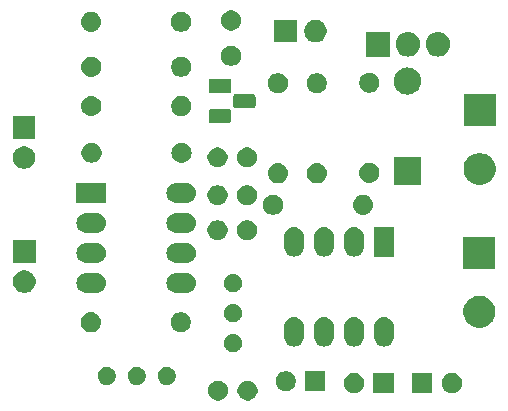
<source format=gbr>
G04 #@! TF.GenerationSoftware,KiCad,Pcbnew,(5.1.4)-1*
G04 #@! TF.CreationDate,2020-06-05T11:24:34+05:30*
G04 #@! TF.ProjectId,v1.0,76312e30-2e6b-4696-9361-645f70636258,rev?*
G04 #@! TF.SameCoordinates,Original*
G04 #@! TF.FileFunction,Soldermask,Top*
G04 #@! TF.FilePolarity,Negative*
%FSLAX46Y46*%
G04 Gerber Fmt 4.6, Leading zero omitted, Abs format (unit mm)*
G04 Created by KiCad (PCBNEW (5.1.4)-1) date 2020-06-05 11:24:34*
%MOMM*%
%LPD*%
G04 APERTURE LIST*
%ADD10C,0.100000*%
G04 APERTURE END LIST*
D10*
G36*
X108058228Y-149741703D02*
G01*
X108213100Y-149805853D01*
X108352481Y-149898985D01*
X108471015Y-150017519D01*
X108564147Y-150156900D01*
X108628297Y-150311772D01*
X108661000Y-150476184D01*
X108661000Y-150643816D01*
X108628297Y-150808228D01*
X108564147Y-150963100D01*
X108471015Y-151102481D01*
X108352481Y-151221015D01*
X108213100Y-151314147D01*
X108058228Y-151378297D01*
X107893816Y-151411000D01*
X107726184Y-151411000D01*
X107561772Y-151378297D01*
X107406900Y-151314147D01*
X107267519Y-151221015D01*
X107148985Y-151102481D01*
X107055853Y-150963100D01*
X106991703Y-150808228D01*
X106959000Y-150643816D01*
X106959000Y-150476184D01*
X106991703Y-150311772D01*
X107055853Y-150156900D01*
X107148985Y-150017519D01*
X107267519Y-149898985D01*
X107406900Y-149805853D01*
X107561772Y-149741703D01*
X107726184Y-149709000D01*
X107893816Y-149709000D01*
X108058228Y-149741703D01*
X108058228Y-149741703D01*
G37*
G36*
X105558228Y-149741703D02*
G01*
X105713100Y-149805853D01*
X105852481Y-149898985D01*
X105971015Y-150017519D01*
X106064147Y-150156900D01*
X106128297Y-150311772D01*
X106161000Y-150476184D01*
X106161000Y-150643816D01*
X106128297Y-150808228D01*
X106064147Y-150963100D01*
X105971015Y-151102481D01*
X105852481Y-151221015D01*
X105713100Y-151314147D01*
X105558228Y-151378297D01*
X105393816Y-151411000D01*
X105226184Y-151411000D01*
X105061772Y-151378297D01*
X104906900Y-151314147D01*
X104767519Y-151221015D01*
X104648985Y-151102481D01*
X104555853Y-150963100D01*
X104491703Y-150808228D01*
X104459000Y-150643816D01*
X104459000Y-150476184D01*
X104491703Y-150311772D01*
X104555853Y-150156900D01*
X104648985Y-150017519D01*
X104767519Y-149898985D01*
X104906900Y-149805853D01*
X105061772Y-149741703D01*
X105226184Y-149709000D01*
X105393816Y-149709000D01*
X105558228Y-149741703D01*
X105558228Y-149741703D01*
G37*
G36*
X123461000Y-150781000D02*
G01*
X121759000Y-150781000D01*
X121759000Y-149079000D01*
X123461000Y-149079000D01*
X123461000Y-150781000D01*
X123461000Y-150781000D01*
G37*
G36*
X125358228Y-149111703D02*
G01*
X125513100Y-149175853D01*
X125652481Y-149268985D01*
X125771015Y-149387519D01*
X125864147Y-149526900D01*
X125928297Y-149681772D01*
X125961000Y-149846184D01*
X125961000Y-150013816D01*
X125928297Y-150178228D01*
X125864147Y-150333100D01*
X125771015Y-150472481D01*
X125652481Y-150591015D01*
X125513100Y-150684147D01*
X125358228Y-150748297D01*
X125193816Y-150781000D01*
X125026184Y-150781000D01*
X124861772Y-150748297D01*
X124706900Y-150684147D01*
X124567519Y-150591015D01*
X124448985Y-150472481D01*
X124355853Y-150333100D01*
X124291703Y-150178228D01*
X124259000Y-150013816D01*
X124259000Y-149846184D01*
X124291703Y-149681772D01*
X124355853Y-149526900D01*
X124448985Y-149387519D01*
X124567519Y-149268985D01*
X124706900Y-149175853D01*
X124861772Y-149111703D01*
X125026184Y-149079000D01*
X125193816Y-149079000D01*
X125358228Y-149111703D01*
X125358228Y-149111703D01*
G37*
G36*
X117068228Y-149101703D02*
G01*
X117223100Y-149165853D01*
X117362481Y-149258985D01*
X117481015Y-149377519D01*
X117574147Y-149516900D01*
X117638297Y-149671772D01*
X117671000Y-149836184D01*
X117671000Y-150003816D01*
X117638297Y-150168228D01*
X117574147Y-150323100D01*
X117481015Y-150462481D01*
X117362481Y-150581015D01*
X117223100Y-150674147D01*
X117068228Y-150738297D01*
X116903816Y-150771000D01*
X116736184Y-150771000D01*
X116571772Y-150738297D01*
X116416900Y-150674147D01*
X116277519Y-150581015D01*
X116158985Y-150462481D01*
X116065853Y-150323100D01*
X116001703Y-150168228D01*
X115969000Y-150003816D01*
X115969000Y-149836184D01*
X116001703Y-149671772D01*
X116065853Y-149516900D01*
X116158985Y-149377519D01*
X116277519Y-149258985D01*
X116416900Y-149165853D01*
X116571772Y-149101703D01*
X116736184Y-149069000D01*
X116903816Y-149069000D01*
X117068228Y-149101703D01*
X117068228Y-149101703D01*
G37*
G36*
X120171000Y-150771000D02*
G01*
X118469000Y-150771000D01*
X118469000Y-149069000D01*
X120171000Y-149069000D01*
X120171000Y-150771000D01*
X120171000Y-150771000D01*
G37*
G36*
X111288228Y-148951703D02*
G01*
X111443100Y-149015853D01*
X111582481Y-149108985D01*
X111701015Y-149227519D01*
X111794147Y-149366900D01*
X111858297Y-149521772D01*
X111891000Y-149686184D01*
X111891000Y-149853816D01*
X111858297Y-150018228D01*
X111794147Y-150173100D01*
X111701015Y-150312481D01*
X111582481Y-150431015D01*
X111443100Y-150524147D01*
X111288228Y-150588297D01*
X111123816Y-150621000D01*
X110956184Y-150621000D01*
X110791772Y-150588297D01*
X110636900Y-150524147D01*
X110497519Y-150431015D01*
X110378985Y-150312481D01*
X110285853Y-150173100D01*
X110221703Y-150018228D01*
X110189000Y-149853816D01*
X110189000Y-149686184D01*
X110221703Y-149521772D01*
X110285853Y-149366900D01*
X110378985Y-149227519D01*
X110497519Y-149108985D01*
X110636900Y-149015853D01*
X110791772Y-148951703D01*
X110956184Y-148919000D01*
X111123816Y-148919000D01*
X111288228Y-148951703D01*
X111288228Y-148951703D01*
G37*
G36*
X114391000Y-150621000D02*
G01*
X112689000Y-150621000D01*
X112689000Y-148919000D01*
X114391000Y-148919000D01*
X114391000Y-150621000D01*
X114391000Y-150621000D01*
G37*
G36*
X101085589Y-148548876D02*
G01*
X101184893Y-148568629D01*
X101325206Y-148626748D01*
X101451484Y-148711125D01*
X101558875Y-148818516D01*
X101643252Y-148944794D01*
X101701371Y-149085107D01*
X101717432Y-149165852D01*
X101731000Y-149234062D01*
X101731000Y-149385938D01*
X101730685Y-149387520D01*
X101701371Y-149534893D01*
X101643252Y-149675206D01*
X101558875Y-149801484D01*
X101451484Y-149908875D01*
X101325206Y-149993252D01*
X101184893Y-150051371D01*
X101085589Y-150071124D01*
X101035938Y-150081000D01*
X100884062Y-150081000D01*
X100834411Y-150071124D01*
X100735107Y-150051371D01*
X100594794Y-149993252D01*
X100468516Y-149908875D01*
X100361125Y-149801484D01*
X100276748Y-149675206D01*
X100218629Y-149534893D01*
X100189315Y-149387520D01*
X100189000Y-149385938D01*
X100189000Y-149234062D01*
X100202568Y-149165852D01*
X100218629Y-149085107D01*
X100276748Y-148944794D01*
X100361125Y-148818516D01*
X100468516Y-148711125D01*
X100594794Y-148626748D01*
X100735107Y-148568629D01*
X100834411Y-148548876D01*
X100884062Y-148539000D01*
X101035938Y-148539000D01*
X101085589Y-148548876D01*
X101085589Y-148548876D01*
G37*
G36*
X96005589Y-148548876D02*
G01*
X96104893Y-148568629D01*
X96245206Y-148626748D01*
X96371484Y-148711125D01*
X96478875Y-148818516D01*
X96563252Y-148944794D01*
X96621371Y-149085107D01*
X96637432Y-149165852D01*
X96651000Y-149234062D01*
X96651000Y-149385938D01*
X96650685Y-149387520D01*
X96621371Y-149534893D01*
X96563252Y-149675206D01*
X96478875Y-149801484D01*
X96371484Y-149908875D01*
X96245206Y-149993252D01*
X96104893Y-150051371D01*
X96005589Y-150071124D01*
X95955938Y-150081000D01*
X95804062Y-150081000D01*
X95754411Y-150071124D01*
X95655107Y-150051371D01*
X95514794Y-149993252D01*
X95388516Y-149908875D01*
X95281125Y-149801484D01*
X95196748Y-149675206D01*
X95138629Y-149534893D01*
X95109315Y-149387520D01*
X95109000Y-149385938D01*
X95109000Y-149234062D01*
X95122568Y-149165852D01*
X95138629Y-149085107D01*
X95196748Y-148944794D01*
X95281125Y-148818516D01*
X95388516Y-148711125D01*
X95514794Y-148626748D01*
X95655107Y-148568629D01*
X95754411Y-148548876D01*
X95804062Y-148539000D01*
X95955938Y-148539000D01*
X96005589Y-148548876D01*
X96005589Y-148548876D01*
G37*
G36*
X98545589Y-148548876D02*
G01*
X98644893Y-148568629D01*
X98785206Y-148626748D01*
X98911484Y-148711125D01*
X99018875Y-148818516D01*
X99103252Y-148944794D01*
X99161371Y-149085107D01*
X99177432Y-149165852D01*
X99191000Y-149234062D01*
X99191000Y-149385938D01*
X99190685Y-149387520D01*
X99161371Y-149534893D01*
X99103252Y-149675206D01*
X99018875Y-149801484D01*
X98911484Y-149908875D01*
X98785206Y-149993252D01*
X98644893Y-150051371D01*
X98545589Y-150071124D01*
X98495938Y-150081000D01*
X98344062Y-150081000D01*
X98294411Y-150071124D01*
X98195107Y-150051371D01*
X98054794Y-149993252D01*
X97928516Y-149908875D01*
X97821125Y-149801484D01*
X97736748Y-149675206D01*
X97678629Y-149534893D01*
X97649315Y-149387520D01*
X97649000Y-149385938D01*
X97649000Y-149234062D01*
X97662568Y-149165852D01*
X97678629Y-149085107D01*
X97736748Y-148944794D01*
X97821125Y-148818516D01*
X97928516Y-148711125D01*
X98054794Y-148626748D01*
X98195107Y-148568629D01*
X98294411Y-148548876D01*
X98344062Y-148539000D01*
X98495938Y-148539000D01*
X98545589Y-148548876D01*
X98545589Y-148548876D01*
G37*
G36*
X106705589Y-145758876D02*
G01*
X106804893Y-145778629D01*
X106945206Y-145836748D01*
X107071484Y-145921125D01*
X107178875Y-146028516D01*
X107263252Y-146154794D01*
X107321371Y-146295107D01*
X107351000Y-146444063D01*
X107351000Y-146595937D01*
X107321371Y-146744893D01*
X107263252Y-146885206D01*
X107178875Y-147011484D01*
X107071484Y-147118875D01*
X106945206Y-147203252D01*
X106804893Y-147261371D01*
X106705589Y-147281124D01*
X106655938Y-147291000D01*
X106504062Y-147291000D01*
X106454411Y-147281124D01*
X106355107Y-147261371D01*
X106214794Y-147203252D01*
X106088516Y-147118875D01*
X105981125Y-147011484D01*
X105896748Y-146885206D01*
X105838629Y-146744893D01*
X105809000Y-146595937D01*
X105809000Y-146444063D01*
X105838629Y-146295107D01*
X105896748Y-146154794D01*
X105981125Y-146028516D01*
X106088516Y-145921125D01*
X106214794Y-145836748D01*
X106355107Y-145778629D01*
X106454411Y-145758876D01*
X106504062Y-145749000D01*
X106655938Y-145749000D01*
X106705589Y-145758876D01*
X106705589Y-145758876D01*
G37*
G36*
X111906823Y-144341313D02*
G01*
X112067242Y-144389976D01*
X112199906Y-144460886D01*
X112215078Y-144468996D01*
X112344659Y-144575341D01*
X112451004Y-144704922D01*
X112451005Y-144704924D01*
X112530024Y-144852758D01*
X112578687Y-145013178D01*
X112591000Y-145138197D01*
X112591000Y-146021804D01*
X112578687Y-146146823D01*
X112530024Y-146307242D01*
X112459114Y-146439906D01*
X112451004Y-146455078D01*
X112344659Y-146584659D01*
X112215077Y-146691005D01*
X112067241Y-146770024D01*
X111906822Y-146818687D01*
X111740000Y-146835117D01*
X111573177Y-146818687D01*
X111412758Y-146770024D01*
X111264924Y-146691005D01*
X111264922Y-146691004D01*
X111135341Y-146584659D01*
X111028995Y-146455077D01*
X110949976Y-146307241D01*
X110901313Y-146146822D01*
X110889000Y-146021803D01*
X110889000Y-145138197D01*
X110901314Y-145013177D01*
X110949977Y-144852758D01*
X111028996Y-144704924D01*
X111028997Y-144704922D01*
X111135342Y-144575341D01*
X111264923Y-144468996D01*
X111280095Y-144460886D01*
X111412759Y-144389976D01*
X111573178Y-144341313D01*
X111740000Y-144324883D01*
X111906823Y-144341313D01*
X111906823Y-144341313D01*
G37*
G36*
X114446823Y-144341313D02*
G01*
X114607242Y-144389976D01*
X114739906Y-144460886D01*
X114755078Y-144468996D01*
X114884659Y-144575341D01*
X114991004Y-144704922D01*
X114991005Y-144704924D01*
X115070024Y-144852758D01*
X115118687Y-145013178D01*
X115131000Y-145138197D01*
X115131000Y-146021804D01*
X115118687Y-146146823D01*
X115070024Y-146307242D01*
X114999114Y-146439906D01*
X114991004Y-146455078D01*
X114884659Y-146584659D01*
X114755077Y-146691005D01*
X114607241Y-146770024D01*
X114446822Y-146818687D01*
X114280000Y-146835117D01*
X114113177Y-146818687D01*
X113952758Y-146770024D01*
X113804924Y-146691005D01*
X113804922Y-146691004D01*
X113675341Y-146584659D01*
X113568995Y-146455077D01*
X113489976Y-146307241D01*
X113441313Y-146146822D01*
X113429000Y-146021803D01*
X113429000Y-145138197D01*
X113441314Y-145013177D01*
X113489977Y-144852758D01*
X113568996Y-144704924D01*
X113568997Y-144704922D01*
X113675342Y-144575341D01*
X113804923Y-144468996D01*
X113820095Y-144460886D01*
X113952759Y-144389976D01*
X114113178Y-144341313D01*
X114280000Y-144324883D01*
X114446823Y-144341313D01*
X114446823Y-144341313D01*
G37*
G36*
X116986823Y-144341313D02*
G01*
X117147242Y-144389976D01*
X117279906Y-144460886D01*
X117295078Y-144468996D01*
X117424659Y-144575341D01*
X117531004Y-144704922D01*
X117531005Y-144704924D01*
X117610024Y-144852758D01*
X117658687Y-145013178D01*
X117671000Y-145138197D01*
X117671000Y-146021804D01*
X117658687Y-146146823D01*
X117610024Y-146307242D01*
X117539114Y-146439906D01*
X117531004Y-146455078D01*
X117424659Y-146584659D01*
X117295077Y-146691005D01*
X117147241Y-146770024D01*
X116986822Y-146818687D01*
X116820000Y-146835117D01*
X116653177Y-146818687D01*
X116492758Y-146770024D01*
X116344924Y-146691005D01*
X116344922Y-146691004D01*
X116215341Y-146584659D01*
X116108995Y-146455077D01*
X116029976Y-146307241D01*
X115981313Y-146146822D01*
X115969000Y-146021803D01*
X115969000Y-145138197D01*
X115981314Y-145013177D01*
X116029977Y-144852758D01*
X116108996Y-144704924D01*
X116108997Y-144704922D01*
X116215342Y-144575341D01*
X116344923Y-144468996D01*
X116360095Y-144460886D01*
X116492759Y-144389976D01*
X116653178Y-144341313D01*
X116820000Y-144324883D01*
X116986823Y-144341313D01*
X116986823Y-144341313D01*
G37*
G36*
X119526823Y-144341313D02*
G01*
X119687242Y-144389976D01*
X119819906Y-144460886D01*
X119835078Y-144468996D01*
X119964659Y-144575341D01*
X120071004Y-144704922D01*
X120071005Y-144704924D01*
X120150024Y-144852758D01*
X120198687Y-145013178D01*
X120211000Y-145138197D01*
X120211000Y-146021804D01*
X120198687Y-146146823D01*
X120150024Y-146307242D01*
X120079114Y-146439906D01*
X120071004Y-146455078D01*
X119964659Y-146584659D01*
X119835077Y-146691005D01*
X119687241Y-146770024D01*
X119526822Y-146818687D01*
X119360000Y-146835117D01*
X119193177Y-146818687D01*
X119032758Y-146770024D01*
X118884924Y-146691005D01*
X118884922Y-146691004D01*
X118755341Y-146584659D01*
X118648995Y-146455077D01*
X118569976Y-146307241D01*
X118521313Y-146146822D01*
X118509000Y-146021803D01*
X118509000Y-145138197D01*
X118521314Y-145013177D01*
X118569977Y-144852758D01*
X118648996Y-144704924D01*
X118648997Y-144704922D01*
X118755342Y-144575341D01*
X118884923Y-144468996D01*
X118900095Y-144460886D01*
X119032759Y-144389976D01*
X119193178Y-144341313D01*
X119360000Y-144324883D01*
X119526823Y-144341313D01*
X119526823Y-144341313D01*
G37*
G36*
X102398228Y-143951703D02*
G01*
X102553100Y-144015853D01*
X102692481Y-144108985D01*
X102811015Y-144227519D01*
X102904147Y-144366900D01*
X102968297Y-144521772D01*
X103001000Y-144686184D01*
X103001000Y-144853816D01*
X102968297Y-145018228D01*
X102904147Y-145173100D01*
X102811015Y-145312481D01*
X102692481Y-145431015D01*
X102553100Y-145524147D01*
X102398228Y-145588297D01*
X102233816Y-145621000D01*
X102066184Y-145621000D01*
X101901772Y-145588297D01*
X101746900Y-145524147D01*
X101607519Y-145431015D01*
X101488985Y-145312481D01*
X101395853Y-145173100D01*
X101331703Y-145018228D01*
X101299000Y-144853816D01*
X101299000Y-144686184D01*
X101331703Y-144521772D01*
X101395853Y-144366900D01*
X101488985Y-144227519D01*
X101607519Y-144108985D01*
X101746900Y-144015853D01*
X101901772Y-143951703D01*
X102066184Y-143919000D01*
X102233816Y-143919000D01*
X102398228Y-143951703D01*
X102398228Y-143951703D01*
G37*
G36*
X94696823Y-143931313D02*
G01*
X94857242Y-143979976D01*
X94924361Y-144015852D01*
X95005078Y-144058996D01*
X95134659Y-144165341D01*
X95241004Y-144294922D01*
X95241005Y-144294924D01*
X95320024Y-144442758D01*
X95368687Y-144603177D01*
X95385117Y-144770000D01*
X95368687Y-144936823D01*
X95329083Y-145067380D01*
X95323058Y-145087242D01*
X95320024Y-145097242D01*
X95279477Y-145173100D01*
X95241004Y-145245078D01*
X95134659Y-145374659D01*
X95005078Y-145481004D01*
X95005076Y-145481005D01*
X94857242Y-145560024D01*
X94696823Y-145608687D01*
X94571804Y-145621000D01*
X94488196Y-145621000D01*
X94363177Y-145608687D01*
X94202758Y-145560024D01*
X94054924Y-145481005D01*
X94054922Y-145481004D01*
X93925341Y-145374659D01*
X93818996Y-145245078D01*
X93780523Y-145173100D01*
X93739976Y-145097242D01*
X93736943Y-145087242D01*
X93730917Y-145067380D01*
X93691313Y-144936823D01*
X93674883Y-144770000D01*
X93691313Y-144603177D01*
X93739976Y-144442758D01*
X93818995Y-144294924D01*
X93818996Y-144294922D01*
X93925341Y-144165341D01*
X94054922Y-144058996D01*
X94135639Y-144015852D01*
X94202758Y-143979976D01*
X94363177Y-143931313D01*
X94488196Y-143919000D01*
X94571804Y-143919000D01*
X94696823Y-143931313D01*
X94696823Y-143931313D01*
G37*
G36*
X127824072Y-142590918D02*
G01*
X128069939Y-142692759D01*
X128291212Y-142840610D01*
X128479390Y-143028788D01*
X128599805Y-143209000D01*
X128627242Y-143250063D01*
X128729082Y-143495928D01*
X128781000Y-143756937D01*
X128781000Y-144023063D01*
X128729082Y-144284072D01*
X128663353Y-144442758D01*
X128627241Y-144529939D01*
X128552813Y-144641328D01*
X128499330Y-144721371D01*
X128479390Y-144751212D01*
X128291212Y-144939390D01*
X128069939Y-145087241D01*
X128069938Y-145087242D01*
X128069937Y-145087242D01*
X127824072Y-145189082D01*
X127563063Y-145241000D01*
X127296937Y-145241000D01*
X127035928Y-145189082D01*
X126790063Y-145087242D01*
X126790062Y-145087242D01*
X126790061Y-145087241D01*
X126568788Y-144939390D01*
X126380610Y-144751212D01*
X126360671Y-144721371D01*
X126307187Y-144641328D01*
X126232759Y-144529939D01*
X126196648Y-144442758D01*
X126130918Y-144284072D01*
X126079000Y-144023063D01*
X126079000Y-143756937D01*
X126130918Y-143495928D01*
X126232758Y-143250063D01*
X126260196Y-143209000D01*
X126380610Y-143028788D01*
X126568788Y-142840610D01*
X126790061Y-142692759D01*
X127035928Y-142590918D01*
X127296937Y-142539000D01*
X127563063Y-142539000D01*
X127824072Y-142590918D01*
X127824072Y-142590918D01*
G37*
G36*
X106705589Y-143218876D02*
G01*
X106804893Y-143238629D01*
X106945206Y-143296748D01*
X107071484Y-143381125D01*
X107178875Y-143488516D01*
X107263252Y-143614794D01*
X107321371Y-143755107D01*
X107351000Y-143904063D01*
X107351000Y-144055937D01*
X107321371Y-144204893D01*
X107263252Y-144345206D01*
X107178875Y-144471484D01*
X107071484Y-144578875D01*
X106945206Y-144663252D01*
X106804893Y-144721371D01*
X106705589Y-144741124D01*
X106655938Y-144751000D01*
X106504062Y-144751000D01*
X106454411Y-144741124D01*
X106355107Y-144721371D01*
X106214794Y-144663252D01*
X106088516Y-144578875D01*
X105981125Y-144471484D01*
X105896748Y-144345206D01*
X105838629Y-144204893D01*
X105809000Y-144055937D01*
X105809000Y-143904063D01*
X105838629Y-143755107D01*
X105896748Y-143614794D01*
X105981125Y-143488516D01*
X106088516Y-143381125D01*
X106214794Y-143296748D01*
X106355107Y-143238629D01*
X106454411Y-143218876D01*
X106504062Y-143209000D01*
X106655938Y-143209000D01*
X106705589Y-143218876D01*
X106705589Y-143218876D01*
G37*
G36*
X95146823Y-140611313D02*
G01*
X95307242Y-140659976D01*
X95426598Y-140723773D01*
X95455078Y-140738996D01*
X95584659Y-140845341D01*
X95691004Y-140974922D01*
X95691005Y-140974924D01*
X95770024Y-141122758D01*
X95818687Y-141283177D01*
X95835117Y-141450000D01*
X95818687Y-141616823D01*
X95770024Y-141777242D01*
X95699114Y-141909906D01*
X95691004Y-141925078D01*
X95584659Y-142054659D01*
X95455078Y-142161004D01*
X95455076Y-142161005D01*
X95307242Y-142240024D01*
X95307239Y-142240025D01*
X95277380Y-142249083D01*
X95146823Y-142288687D01*
X95021804Y-142301000D01*
X94138196Y-142301000D01*
X94013177Y-142288687D01*
X93882620Y-142249083D01*
X93852761Y-142240025D01*
X93852758Y-142240024D01*
X93704924Y-142161005D01*
X93704922Y-142161004D01*
X93575341Y-142054659D01*
X93468996Y-141925078D01*
X93460886Y-141909906D01*
X93389976Y-141777242D01*
X93341313Y-141616823D01*
X93324883Y-141450000D01*
X93341313Y-141283177D01*
X93389976Y-141122758D01*
X93468995Y-140974924D01*
X93468996Y-140974922D01*
X93575341Y-140845341D01*
X93704922Y-140738996D01*
X93733402Y-140723773D01*
X93852758Y-140659976D01*
X94013177Y-140611313D01*
X94138196Y-140599000D01*
X95021804Y-140599000D01*
X95146823Y-140611313D01*
X95146823Y-140611313D01*
G37*
G36*
X102766823Y-140611313D02*
G01*
X102927242Y-140659976D01*
X103046598Y-140723773D01*
X103075078Y-140738996D01*
X103204659Y-140845341D01*
X103311004Y-140974922D01*
X103311005Y-140974924D01*
X103390024Y-141122758D01*
X103438687Y-141283177D01*
X103455117Y-141450000D01*
X103438687Y-141616823D01*
X103390024Y-141777242D01*
X103319114Y-141909906D01*
X103311004Y-141925078D01*
X103204659Y-142054659D01*
X103075078Y-142161004D01*
X103075076Y-142161005D01*
X102927242Y-142240024D01*
X102927239Y-142240025D01*
X102897380Y-142249083D01*
X102766823Y-142288687D01*
X102641804Y-142301000D01*
X101758196Y-142301000D01*
X101633177Y-142288687D01*
X101502620Y-142249083D01*
X101472761Y-142240025D01*
X101472758Y-142240024D01*
X101324924Y-142161005D01*
X101324922Y-142161004D01*
X101195341Y-142054659D01*
X101088996Y-141925078D01*
X101080886Y-141909906D01*
X101009976Y-141777242D01*
X100961313Y-141616823D01*
X100944883Y-141450000D01*
X100961313Y-141283177D01*
X101009976Y-141122758D01*
X101088995Y-140974924D01*
X101088996Y-140974922D01*
X101195341Y-140845341D01*
X101324922Y-140738996D01*
X101353402Y-140723773D01*
X101472758Y-140659976D01*
X101633177Y-140611313D01*
X101758196Y-140599000D01*
X102641804Y-140599000D01*
X102766823Y-140611313D01*
X102766823Y-140611313D01*
G37*
G36*
X89187395Y-140415546D02*
G01*
X89360466Y-140487234D01*
X89360467Y-140487235D01*
X89516227Y-140591310D01*
X89648690Y-140723773D01*
X89670723Y-140756748D01*
X89752766Y-140879534D01*
X89824454Y-141052605D01*
X89861000Y-141236333D01*
X89861000Y-141423667D01*
X89824454Y-141607395D01*
X89752766Y-141780466D01*
X89736235Y-141805206D01*
X89648690Y-141936227D01*
X89516227Y-142068690D01*
X89437818Y-142121081D01*
X89360466Y-142172766D01*
X89187395Y-142244454D01*
X89003667Y-142281000D01*
X88816333Y-142281000D01*
X88632605Y-142244454D01*
X88459534Y-142172766D01*
X88382182Y-142121081D01*
X88303773Y-142068690D01*
X88171310Y-141936227D01*
X88083765Y-141805206D01*
X88067234Y-141780466D01*
X87995546Y-141607395D01*
X87959000Y-141423667D01*
X87959000Y-141236333D01*
X87995546Y-141052605D01*
X88067234Y-140879534D01*
X88149277Y-140756748D01*
X88171310Y-140723773D01*
X88303773Y-140591310D01*
X88459533Y-140487235D01*
X88459534Y-140487234D01*
X88632605Y-140415546D01*
X88816333Y-140379000D01*
X89003667Y-140379000D01*
X89187395Y-140415546D01*
X89187395Y-140415546D01*
G37*
G36*
X106705589Y-140678876D02*
G01*
X106804893Y-140698629D01*
X106945206Y-140756748D01*
X107071484Y-140841125D01*
X107178875Y-140948516D01*
X107263252Y-141074794D01*
X107321371Y-141215107D01*
X107351000Y-141364063D01*
X107351000Y-141515937D01*
X107321371Y-141664893D01*
X107263252Y-141805206D01*
X107178875Y-141931484D01*
X107071484Y-142038875D01*
X106945206Y-142123252D01*
X106804893Y-142181371D01*
X106705589Y-142201124D01*
X106655938Y-142211000D01*
X106504062Y-142211000D01*
X106454411Y-142201124D01*
X106355107Y-142181371D01*
X106214794Y-142123252D01*
X106088516Y-142038875D01*
X105981125Y-141931484D01*
X105896748Y-141805206D01*
X105838629Y-141664893D01*
X105809000Y-141515937D01*
X105809000Y-141364063D01*
X105838629Y-141215107D01*
X105896748Y-141074794D01*
X105981125Y-140948516D01*
X106088516Y-140841125D01*
X106214794Y-140756748D01*
X106355107Y-140698629D01*
X106454411Y-140678876D01*
X106504062Y-140669000D01*
X106655938Y-140669000D01*
X106705589Y-140678876D01*
X106705589Y-140678876D01*
G37*
G36*
X128781000Y-140241000D02*
G01*
X126079000Y-140241000D01*
X126079000Y-137539000D01*
X128781000Y-137539000D01*
X128781000Y-140241000D01*
X128781000Y-140241000D01*
G37*
G36*
X102766823Y-138071313D02*
G01*
X102927242Y-138119976D01*
X103059906Y-138190886D01*
X103075078Y-138198996D01*
X103204659Y-138305341D01*
X103311004Y-138434922D01*
X103311005Y-138434924D01*
X103390024Y-138582758D01*
X103438687Y-138743177D01*
X103455117Y-138910000D01*
X103438687Y-139076823D01*
X103416481Y-139150025D01*
X103397985Y-139211000D01*
X103390024Y-139237242D01*
X103319114Y-139369906D01*
X103311004Y-139385078D01*
X103204659Y-139514659D01*
X103075078Y-139621004D01*
X103075076Y-139621005D01*
X102927242Y-139700024D01*
X102766823Y-139748687D01*
X102641804Y-139761000D01*
X101758196Y-139761000D01*
X101633177Y-139748687D01*
X101472758Y-139700024D01*
X101324924Y-139621005D01*
X101324922Y-139621004D01*
X101195341Y-139514659D01*
X101088996Y-139385078D01*
X101080886Y-139369906D01*
X101009976Y-139237242D01*
X101002016Y-139211000D01*
X100983519Y-139150025D01*
X100961313Y-139076823D01*
X100944883Y-138910000D01*
X100961313Y-138743177D01*
X101009976Y-138582758D01*
X101088995Y-138434924D01*
X101088996Y-138434922D01*
X101195341Y-138305341D01*
X101324922Y-138198996D01*
X101340094Y-138190886D01*
X101472758Y-138119976D01*
X101633177Y-138071313D01*
X101758196Y-138059000D01*
X102641804Y-138059000D01*
X102766823Y-138071313D01*
X102766823Y-138071313D01*
G37*
G36*
X95146823Y-138071313D02*
G01*
X95307242Y-138119976D01*
X95439906Y-138190886D01*
X95455078Y-138198996D01*
X95584659Y-138305341D01*
X95691004Y-138434922D01*
X95691005Y-138434924D01*
X95770024Y-138582758D01*
X95818687Y-138743177D01*
X95835117Y-138910000D01*
X95818687Y-139076823D01*
X95796481Y-139150025D01*
X95777985Y-139211000D01*
X95770024Y-139237242D01*
X95699114Y-139369906D01*
X95691004Y-139385078D01*
X95584659Y-139514659D01*
X95455078Y-139621004D01*
X95455076Y-139621005D01*
X95307242Y-139700024D01*
X95146823Y-139748687D01*
X95021804Y-139761000D01*
X94138196Y-139761000D01*
X94013177Y-139748687D01*
X93852758Y-139700024D01*
X93704924Y-139621005D01*
X93704922Y-139621004D01*
X93575341Y-139514659D01*
X93468996Y-139385078D01*
X93460886Y-139369906D01*
X93389976Y-139237242D01*
X93382016Y-139211000D01*
X93363519Y-139150025D01*
X93341313Y-139076823D01*
X93324883Y-138910000D01*
X93341313Y-138743177D01*
X93389976Y-138582758D01*
X93468995Y-138434924D01*
X93468996Y-138434922D01*
X93575341Y-138305341D01*
X93704922Y-138198996D01*
X93720094Y-138190886D01*
X93852758Y-138119976D01*
X94013177Y-138071313D01*
X94138196Y-138059000D01*
X95021804Y-138059000D01*
X95146823Y-138071313D01*
X95146823Y-138071313D01*
G37*
G36*
X89861000Y-139741000D02*
G01*
X87959000Y-139741000D01*
X87959000Y-137839000D01*
X89861000Y-137839000D01*
X89861000Y-139741000D01*
X89861000Y-139741000D01*
G37*
G36*
X114446823Y-136721313D02*
G01*
X114607242Y-136769976D01*
X114739906Y-136840886D01*
X114755078Y-136848996D01*
X114884659Y-136955341D01*
X114991004Y-137084922D01*
X114991005Y-137084924D01*
X115070024Y-137232758D01*
X115118687Y-137393178D01*
X115131000Y-137518197D01*
X115131000Y-138401804D01*
X115118687Y-138526823D01*
X115070024Y-138687242D01*
X115040127Y-138743175D01*
X114991004Y-138835078D01*
X114884659Y-138964659D01*
X114755077Y-139071005D01*
X114607241Y-139150024D01*
X114446822Y-139198687D01*
X114280000Y-139215117D01*
X114113177Y-139198687D01*
X113952758Y-139150024D01*
X113804924Y-139071005D01*
X113804922Y-139071004D01*
X113675341Y-138964659D01*
X113568995Y-138835077D01*
X113489976Y-138687241D01*
X113441313Y-138526822D01*
X113429000Y-138401803D01*
X113429000Y-137518197D01*
X113441314Y-137393177D01*
X113489977Y-137232758D01*
X113568996Y-137084924D01*
X113568997Y-137084922D01*
X113675342Y-136955341D01*
X113804923Y-136848996D01*
X113820095Y-136840886D01*
X113952759Y-136769976D01*
X114113178Y-136721313D01*
X114280000Y-136704883D01*
X114446823Y-136721313D01*
X114446823Y-136721313D01*
G37*
G36*
X116986823Y-136721313D02*
G01*
X117147242Y-136769976D01*
X117279906Y-136840886D01*
X117295078Y-136848996D01*
X117424659Y-136955341D01*
X117531004Y-137084922D01*
X117531005Y-137084924D01*
X117610024Y-137232758D01*
X117658687Y-137393178D01*
X117671000Y-137518197D01*
X117671000Y-138401804D01*
X117658687Y-138526823D01*
X117610024Y-138687242D01*
X117580127Y-138743175D01*
X117531004Y-138835078D01*
X117424659Y-138964659D01*
X117295077Y-139071005D01*
X117147241Y-139150024D01*
X116986822Y-139198687D01*
X116820000Y-139215117D01*
X116653177Y-139198687D01*
X116492758Y-139150024D01*
X116344924Y-139071005D01*
X116344922Y-139071004D01*
X116215341Y-138964659D01*
X116108995Y-138835077D01*
X116029976Y-138687241D01*
X115981313Y-138526822D01*
X115969000Y-138401803D01*
X115969000Y-137518197D01*
X115981314Y-137393177D01*
X116029977Y-137232758D01*
X116108996Y-137084924D01*
X116108997Y-137084922D01*
X116215342Y-136955341D01*
X116344923Y-136848996D01*
X116360095Y-136840886D01*
X116492759Y-136769976D01*
X116653178Y-136721313D01*
X116820000Y-136704883D01*
X116986823Y-136721313D01*
X116986823Y-136721313D01*
G37*
G36*
X111906823Y-136721313D02*
G01*
X112067242Y-136769976D01*
X112199906Y-136840886D01*
X112215078Y-136848996D01*
X112344659Y-136955341D01*
X112451004Y-137084922D01*
X112451005Y-137084924D01*
X112530024Y-137232758D01*
X112578687Y-137393178D01*
X112591000Y-137518197D01*
X112591000Y-138401804D01*
X112578687Y-138526823D01*
X112530024Y-138687242D01*
X112500127Y-138743175D01*
X112451004Y-138835078D01*
X112344659Y-138964659D01*
X112215077Y-139071005D01*
X112067241Y-139150024D01*
X111906822Y-139198687D01*
X111740000Y-139215117D01*
X111573177Y-139198687D01*
X111412758Y-139150024D01*
X111264924Y-139071005D01*
X111264922Y-139071004D01*
X111135341Y-138964659D01*
X111028995Y-138835077D01*
X110949976Y-138687241D01*
X110901313Y-138526822D01*
X110889000Y-138401803D01*
X110889000Y-137518197D01*
X110901314Y-137393177D01*
X110949977Y-137232758D01*
X111028996Y-137084924D01*
X111028997Y-137084922D01*
X111135342Y-136955341D01*
X111264923Y-136848996D01*
X111280095Y-136840886D01*
X111412759Y-136769976D01*
X111573178Y-136721313D01*
X111740000Y-136704883D01*
X111906823Y-136721313D01*
X111906823Y-136721313D01*
G37*
G36*
X120211000Y-139211000D02*
G01*
X118509000Y-139211000D01*
X118509000Y-136709000D01*
X120211000Y-136709000D01*
X120211000Y-139211000D01*
X120211000Y-139211000D01*
G37*
G36*
X108018228Y-136161703D02*
G01*
X108173100Y-136225853D01*
X108312481Y-136318985D01*
X108431015Y-136437519D01*
X108524147Y-136576900D01*
X108588297Y-136731772D01*
X108621000Y-136896184D01*
X108621000Y-137063816D01*
X108588297Y-137228228D01*
X108524147Y-137383100D01*
X108431015Y-137522481D01*
X108312481Y-137641015D01*
X108173100Y-137734147D01*
X108018228Y-137798297D01*
X107853816Y-137831000D01*
X107686184Y-137831000D01*
X107521772Y-137798297D01*
X107366900Y-137734147D01*
X107227519Y-137641015D01*
X107108985Y-137522481D01*
X107015853Y-137383100D01*
X106951703Y-137228228D01*
X106919000Y-137063816D01*
X106919000Y-136896184D01*
X106951703Y-136731772D01*
X107015853Y-136576900D01*
X107108985Y-136437519D01*
X107227519Y-136318985D01*
X107366900Y-136225853D01*
X107521772Y-136161703D01*
X107686184Y-136129000D01*
X107853816Y-136129000D01*
X108018228Y-136161703D01*
X108018228Y-136161703D01*
G37*
G36*
X105518228Y-136161703D02*
G01*
X105673100Y-136225853D01*
X105812481Y-136318985D01*
X105931015Y-136437519D01*
X106024147Y-136576900D01*
X106088297Y-136731772D01*
X106121000Y-136896184D01*
X106121000Y-137063816D01*
X106088297Y-137228228D01*
X106024147Y-137383100D01*
X105931015Y-137522481D01*
X105812481Y-137641015D01*
X105673100Y-137734147D01*
X105518228Y-137798297D01*
X105353816Y-137831000D01*
X105186184Y-137831000D01*
X105021772Y-137798297D01*
X104866900Y-137734147D01*
X104727519Y-137641015D01*
X104608985Y-137522481D01*
X104515853Y-137383100D01*
X104451703Y-137228228D01*
X104419000Y-137063816D01*
X104419000Y-136896184D01*
X104451703Y-136731772D01*
X104515853Y-136576900D01*
X104608985Y-136437519D01*
X104727519Y-136318985D01*
X104866900Y-136225853D01*
X105021772Y-136161703D01*
X105186184Y-136129000D01*
X105353816Y-136129000D01*
X105518228Y-136161703D01*
X105518228Y-136161703D01*
G37*
G36*
X102766823Y-135531313D02*
G01*
X102927242Y-135579976D01*
X103002166Y-135620024D01*
X103075078Y-135658996D01*
X103204659Y-135765341D01*
X103311004Y-135894922D01*
X103311005Y-135894924D01*
X103390024Y-136042758D01*
X103438687Y-136203177D01*
X103455117Y-136370000D01*
X103438687Y-136536823D01*
X103390024Y-136697242D01*
X103371567Y-136731772D01*
X103311004Y-136845078D01*
X103204659Y-136974659D01*
X103075078Y-137081004D01*
X103075076Y-137081005D01*
X102927242Y-137160024D01*
X102766823Y-137208687D01*
X102641804Y-137221000D01*
X101758196Y-137221000D01*
X101633177Y-137208687D01*
X101472758Y-137160024D01*
X101324924Y-137081005D01*
X101324922Y-137081004D01*
X101195341Y-136974659D01*
X101088996Y-136845078D01*
X101028433Y-136731772D01*
X101009976Y-136697242D01*
X100961313Y-136536823D01*
X100944883Y-136370000D01*
X100961313Y-136203177D01*
X101009976Y-136042758D01*
X101088995Y-135894924D01*
X101088996Y-135894922D01*
X101195341Y-135765341D01*
X101324922Y-135658996D01*
X101397834Y-135620024D01*
X101472758Y-135579976D01*
X101633177Y-135531313D01*
X101758196Y-135519000D01*
X102641804Y-135519000D01*
X102766823Y-135531313D01*
X102766823Y-135531313D01*
G37*
G36*
X95146823Y-135531313D02*
G01*
X95307242Y-135579976D01*
X95382166Y-135620024D01*
X95455078Y-135658996D01*
X95584659Y-135765341D01*
X95691004Y-135894922D01*
X95691005Y-135894924D01*
X95770024Y-136042758D01*
X95818687Y-136203177D01*
X95835117Y-136370000D01*
X95818687Y-136536823D01*
X95770024Y-136697242D01*
X95751567Y-136731772D01*
X95691004Y-136845078D01*
X95584659Y-136974659D01*
X95455078Y-137081004D01*
X95455076Y-137081005D01*
X95307242Y-137160024D01*
X95146823Y-137208687D01*
X95021804Y-137221000D01*
X94138196Y-137221000D01*
X94013177Y-137208687D01*
X93852758Y-137160024D01*
X93704924Y-137081005D01*
X93704922Y-137081004D01*
X93575341Y-136974659D01*
X93468996Y-136845078D01*
X93408433Y-136731772D01*
X93389976Y-136697242D01*
X93341313Y-136536823D01*
X93324883Y-136370000D01*
X93341313Y-136203177D01*
X93389976Y-136042758D01*
X93468995Y-135894924D01*
X93468996Y-135894922D01*
X93575341Y-135765341D01*
X93704922Y-135658996D01*
X93777834Y-135620024D01*
X93852758Y-135579976D01*
X94013177Y-135531313D01*
X94138196Y-135519000D01*
X95021804Y-135519000D01*
X95146823Y-135531313D01*
X95146823Y-135531313D01*
G37*
G36*
X117756823Y-133991313D02*
G01*
X117917242Y-134039976D01*
X117984361Y-134075852D01*
X118065078Y-134118996D01*
X118194659Y-134225341D01*
X118301004Y-134354922D01*
X118301005Y-134354924D01*
X118380024Y-134502758D01*
X118428687Y-134663177D01*
X118445117Y-134830000D01*
X118428687Y-134996823D01*
X118380024Y-135157242D01*
X118339477Y-135233100D01*
X118301004Y-135305078D01*
X118194659Y-135434659D01*
X118065078Y-135541004D01*
X118065076Y-135541005D01*
X117917242Y-135620024D01*
X117756823Y-135668687D01*
X117631804Y-135681000D01*
X117548196Y-135681000D01*
X117423177Y-135668687D01*
X117262758Y-135620024D01*
X117114924Y-135541005D01*
X117114922Y-135541004D01*
X116985341Y-135434659D01*
X116878996Y-135305078D01*
X116840523Y-135233100D01*
X116799976Y-135157242D01*
X116751313Y-134996823D01*
X116734883Y-134830000D01*
X116751313Y-134663177D01*
X116799976Y-134502758D01*
X116878995Y-134354924D01*
X116878996Y-134354922D01*
X116985341Y-134225341D01*
X117114922Y-134118996D01*
X117195639Y-134075852D01*
X117262758Y-134039976D01*
X117423177Y-133991313D01*
X117548196Y-133979000D01*
X117631804Y-133979000D01*
X117756823Y-133991313D01*
X117756823Y-133991313D01*
G37*
G36*
X110218228Y-134011703D02*
G01*
X110373100Y-134075853D01*
X110512481Y-134168985D01*
X110631015Y-134287519D01*
X110724147Y-134426900D01*
X110788297Y-134581772D01*
X110821000Y-134746184D01*
X110821000Y-134913816D01*
X110788297Y-135078228D01*
X110724147Y-135233100D01*
X110631015Y-135372481D01*
X110512481Y-135491015D01*
X110373100Y-135584147D01*
X110218228Y-135648297D01*
X110053816Y-135681000D01*
X109886184Y-135681000D01*
X109721772Y-135648297D01*
X109566900Y-135584147D01*
X109427519Y-135491015D01*
X109308985Y-135372481D01*
X109215853Y-135233100D01*
X109151703Y-135078228D01*
X109119000Y-134913816D01*
X109119000Y-134746184D01*
X109151703Y-134581772D01*
X109215853Y-134426900D01*
X109308985Y-134287519D01*
X109427519Y-134168985D01*
X109566900Y-134075853D01*
X109721772Y-134011703D01*
X109886184Y-133979000D01*
X110053816Y-133979000D01*
X110218228Y-134011703D01*
X110218228Y-134011703D01*
G37*
G36*
X105518228Y-133201703D02*
G01*
X105673100Y-133265853D01*
X105812481Y-133358985D01*
X105931015Y-133477519D01*
X106024147Y-133616900D01*
X106088297Y-133771772D01*
X106121000Y-133936184D01*
X106121000Y-134103816D01*
X106088297Y-134268228D01*
X106024147Y-134423100D01*
X105931015Y-134562481D01*
X105812481Y-134681015D01*
X105673100Y-134774147D01*
X105518228Y-134838297D01*
X105353816Y-134871000D01*
X105186184Y-134871000D01*
X105021772Y-134838297D01*
X104866900Y-134774147D01*
X104727519Y-134681015D01*
X104608985Y-134562481D01*
X104515853Y-134423100D01*
X104451703Y-134268228D01*
X104419000Y-134103816D01*
X104419000Y-133936184D01*
X104451703Y-133771772D01*
X104515853Y-133616900D01*
X104608985Y-133477519D01*
X104727519Y-133358985D01*
X104866900Y-133265853D01*
X105021772Y-133201703D01*
X105186184Y-133169000D01*
X105353816Y-133169000D01*
X105518228Y-133201703D01*
X105518228Y-133201703D01*
G37*
G36*
X108018228Y-133201703D02*
G01*
X108173100Y-133265853D01*
X108312481Y-133358985D01*
X108431015Y-133477519D01*
X108524147Y-133616900D01*
X108588297Y-133771772D01*
X108621000Y-133936184D01*
X108621000Y-134103816D01*
X108588297Y-134268228D01*
X108524147Y-134423100D01*
X108431015Y-134562481D01*
X108312481Y-134681015D01*
X108173100Y-134774147D01*
X108018228Y-134838297D01*
X107853816Y-134871000D01*
X107686184Y-134871000D01*
X107521772Y-134838297D01*
X107366900Y-134774147D01*
X107227519Y-134681015D01*
X107108985Y-134562481D01*
X107015853Y-134423100D01*
X106951703Y-134268228D01*
X106919000Y-134103816D01*
X106919000Y-133936184D01*
X106951703Y-133771772D01*
X107015853Y-133616900D01*
X107108985Y-133477519D01*
X107227519Y-133358985D01*
X107366900Y-133265853D01*
X107521772Y-133201703D01*
X107686184Y-133169000D01*
X107853816Y-133169000D01*
X108018228Y-133201703D01*
X108018228Y-133201703D01*
G37*
G36*
X102766823Y-132991313D02*
G01*
X102927242Y-133039976D01*
X103059906Y-133110886D01*
X103075078Y-133118996D01*
X103204659Y-133225341D01*
X103311004Y-133354922D01*
X103311005Y-133354924D01*
X103390024Y-133502758D01*
X103438687Y-133663177D01*
X103455117Y-133830000D01*
X103438687Y-133996823D01*
X103390024Y-134157242D01*
X103383747Y-134168985D01*
X103311004Y-134305078D01*
X103204659Y-134434659D01*
X103075078Y-134541004D01*
X103075076Y-134541005D01*
X102927242Y-134620024D01*
X102766823Y-134668687D01*
X102641804Y-134681000D01*
X101758196Y-134681000D01*
X101633177Y-134668687D01*
X101472758Y-134620024D01*
X101324924Y-134541005D01*
X101324922Y-134541004D01*
X101195341Y-134434659D01*
X101088996Y-134305078D01*
X101016253Y-134168985D01*
X101009976Y-134157242D01*
X100961313Y-133996823D01*
X100944883Y-133830000D01*
X100961313Y-133663177D01*
X101009976Y-133502758D01*
X101088995Y-133354924D01*
X101088996Y-133354922D01*
X101195341Y-133225341D01*
X101324922Y-133118996D01*
X101340094Y-133110886D01*
X101472758Y-133039976D01*
X101633177Y-132991313D01*
X101758196Y-132979000D01*
X102641804Y-132979000D01*
X102766823Y-132991313D01*
X102766823Y-132991313D01*
G37*
G36*
X95831000Y-134681000D02*
G01*
X93329000Y-134681000D01*
X93329000Y-132979000D01*
X95831000Y-132979000D01*
X95831000Y-134681000D01*
X95831000Y-134681000D01*
G37*
G36*
X127854072Y-130490918D02*
G01*
X128049270Y-130571771D01*
X128099939Y-130592759D01*
X128106021Y-130596823D01*
X128314589Y-130736184D01*
X128321212Y-130740610D01*
X128509390Y-130928788D01*
X128602562Y-131068228D01*
X128657242Y-131150063D01*
X128759082Y-131395928D01*
X128811000Y-131656937D01*
X128811000Y-131923063D01*
X128759082Y-132184072D01*
X128657242Y-132429937D01*
X128509391Y-132651211D01*
X128321211Y-132839391D01*
X128230466Y-132900025D01*
X128099939Y-132987241D01*
X128099938Y-132987242D01*
X128099937Y-132987242D01*
X127854072Y-133089082D01*
X127593063Y-133141000D01*
X127326937Y-133141000D01*
X127065928Y-133089082D01*
X126820063Y-132987242D01*
X126820062Y-132987242D01*
X126820061Y-132987241D01*
X126689534Y-132900025D01*
X126598789Y-132839391D01*
X126410609Y-132651211D01*
X126262758Y-132429937D01*
X126160918Y-132184072D01*
X126109000Y-131923063D01*
X126109000Y-131656937D01*
X126160918Y-131395928D01*
X126262758Y-131150063D01*
X126317439Y-131068228D01*
X126410610Y-130928788D01*
X126598788Y-130740610D01*
X126605412Y-130736184D01*
X126813979Y-130596823D01*
X126820061Y-130592759D01*
X126870731Y-130571771D01*
X127065928Y-130490918D01*
X127326937Y-130439000D01*
X127593063Y-130439000D01*
X127854072Y-130490918D01*
X127854072Y-130490918D01*
G37*
G36*
X122481000Y-133121000D02*
G01*
X120179000Y-133121000D01*
X120179000Y-130819000D01*
X122481000Y-130819000D01*
X122481000Y-133121000D01*
X122481000Y-133121000D01*
G37*
G36*
X113836823Y-131321313D02*
G01*
X113997242Y-131369976D01*
X114129906Y-131440886D01*
X114145078Y-131448996D01*
X114274659Y-131555341D01*
X114381004Y-131684922D01*
X114381005Y-131684924D01*
X114460024Y-131832758D01*
X114508687Y-131993177D01*
X114525117Y-132160000D01*
X114508687Y-132326823D01*
X114460024Y-132487242D01*
X114389114Y-132619906D01*
X114381004Y-132635078D01*
X114274659Y-132764659D01*
X114145078Y-132871004D01*
X114145076Y-132871005D01*
X113997242Y-132950024D01*
X113836823Y-132998687D01*
X113711804Y-133011000D01*
X113628196Y-133011000D01*
X113503177Y-132998687D01*
X113342758Y-132950024D01*
X113194924Y-132871005D01*
X113194922Y-132871004D01*
X113065341Y-132764659D01*
X112958996Y-132635078D01*
X112950886Y-132619906D01*
X112879976Y-132487242D01*
X112831313Y-132326823D01*
X112814883Y-132160000D01*
X112831313Y-131993177D01*
X112879976Y-131832758D01*
X112958995Y-131684924D01*
X112958996Y-131684922D01*
X113065341Y-131555341D01*
X113194922Y-131448996D01*
X113210094Y-131440886D01*
X113342758Y-131369976D01*
X113503177Y-131321313D01*
X113628196Y-131309000D01*
X113711804Y-131309000D01*
X113836823Y-131321313D01*
X113836823Y-131321313D01*
G37*
G36*
X110546823Y-131321313D02*
G01*
X110707242Y-131369976D01*
X110839906Y-131440886D01*
X110855078Y-131448996D01*
X110984659Y-131555341D01*
X111091004Y-131684922D01*
X111091005Y-131684924D01*
X111170024Y-131832758D01*
X111218687Y-131993177D01*
X111235117Y-132160000D01*
X111218687Y-132326823D01*
X111170024Y-132487242D01*
X111099114Y-132619906D01*
X111091004Y-132635078D01*
X110984659Y-132764659D01*
X110855078Y-132871004D01*
X110855076Y-132871005D01*
X110707242Y-132950024D01*
X110546823Y-132998687D01*
X110421804Y-133011000D01*
X110338196Y-133011000D01*
X110213177Y-132998687D01*
X110052758Y-132950024D01*
X109904924Y-132871005D01*
X109904922Y-132871004D01*
X109775341Y-132764659D01*
X109668996Y-132635078D01*
X109660886Y-132619906D01*
X109589976Y-132487242D01*
X109541313Y-132326823D01*
X109524883Y-132160000D01*
X109541313Y-131993177D01*
X109589976Y-131832758D01*
X109668995Y-131684924D01*
X109668996Y-131684922D01*
X109775341Y-131555341D01*
X109904922Y-131448996D01*
X109920094Y-131440886D01*
X110052758Y-131369976D01*
X110213177Y-131321313D01*
X110338196Y-131309000D01*
X110421804Y-131309000D01*
X110546823Y-131321313D01*
X110546823Y-131321313D01*
G37*
G36*
X118286823Y-131271313D02*
G01*
X118447242Y-131319976D01*
X118526761Y-131362480D01*
X118595078Y-131398996D01*
X118724659Y-131505341D01*
X118831004Y-131634922D01*
X118831005Y-131634924D01*
X118910024Y-131782758D01*
X118958687Y-131943177D01*
X118975117Y-132110000D01*
X118958687Y-132276823D01*
X118910024Y-132437242D01*
X118883300Y-132487239D01*
X118831004Y-132585078D01*
X118724659Y-132714659D01*
X118595078Y-132821004D01*
X118595076Y-132821005D01*
X118447242Y-132900024D01*
X118286823Y-132948687D01*
X118161804Y-132961000D01*
X118078196Y-132961000D01*
X117953177Y-132948687D01*
X117792758Y-132900024D01*
X117644924Y-132821005D01*
X117644922Y-132821004D01*
X117515341Y-132714659D01*
X117408996Y-132585078D01*
X117356700Y-132487239D01*
X117329976Y-132437242D01*
X117281313Y-132276823D01*
X117264883Y-132110000D01*
X117281313Y-131943177D01*
X117329976Y-131782758D01*
X117408995Y-131634924D01*
X117408996Y-131634922D01*
X117515341Y-131505341D01*
X117644922Y-131398996D01*
X117713239Y-131362480D01*
X117792758Y-131319976D01*
X117953177Y-131271313D01*
X118078196Y-131259000D01*
X118161804Y-131259000D01*
X118286823Y-131271313D01*
X118286823Y-131271313D01*
G37*
G36*
X89157395Y-129925546D02*
G01*
X89330466Y-129997234D01*
X89330467Y-129997235D01*
X89486227Y-130101310D01*
X89618690Y-130233773D01*
X89638337Y-130263177D01*
X89722766Y-130389534D01*
X89794454Y-130562605D01*
X89831000Y-130746333D01*
X89831000Y-130933667D01*
X89794454Y-131117395D01*
X89722766Y-131290466D01*
X89702154Y-131321314D01*
X89618690Y-131446227D01*
X89486227Y-131578690D01*
X89407818Y-131631081D01*
X89330466Y-131682766D01*
X89157395Y-131754454D01*
X88973667Y-131791000D01*
X88786333Y-131791000D01*
X88602605Y-131754454D01*
X88429534Y-131682766D01*
X88352182Y-131631081D01*
X88273773Y-131578690D01*
X88141310Y-131446227D01*
X88057846Y-131321314D01*
X88037234Y-131290466D01*
X87965546Y-131117395D01*
X87929000Y-130933667D01*
X87929000Y-130746333D01*
X87965546Y-130562605D01*
X88037234Y-130389534D01*
X88121663Y-130263177D01*
X88141310Y-130233773D01*
X88273773Y-130101310D01*
X88429533Y-129997235D01*
X88429534Y-129997234D01*
X88602605Y-129925546D01*
X88786333Y-129889000D01*
X88973667Y-129889000D01*
X89157395Y-129925546D01*
X89157395Y-129925546D01*
G37*
G36*
X105518228Y-130001703D02*
G01*
X105673100Y-130065853D01*
X105812481Y-130158985D01*
X105931015Y-130277519D01*
X106024147Y-130416900D01*
X106088297Y-130571772D01*
X106121000Y-130736184D01*
X106121000Y-130903816D01*
X106088297Y-131068228D01*
X106024147Y-131223100D01*
X105931015Y-131362481D01*
X105812481Y-131481015D01*
X105673100Y-131574147D01*
X105518228Y-131638297D01*
X105353816Y-131671000D01*
X105186184Y-131671000D01*
X105021772Y-131638297D01*
X104866900Y-131574147D01*
X104727519Y-131481015D01*
X104608985Y-131362481D01*
X104515853Y-131223100D01*
X104451703Y-131068228D01*
X104419000Y-130903816D01*
X104419000Y-130736184D01*
X104451703Y-130571772D01*
X104515853Y-130416900D01*
X104608985Y-130277519D01*
X104727519Y-130158985D01*
X104866900Y-130065853D01*
X105021772Y-130001703D01*
X105186184Y-129969000D01*
X105353816Y-129969000D01*
X105518228Y-130001703D01*
X105518228Y-130001703D01*
G37*
G36*
X108018228Y-130001703D02*
G01*
X108173100Y-130065853D01*
X108312481Y-130158985D01*
X108431015Y-130277519D01*
X108524147Y-130416900D01*
X108588297Y-130571772D01*
X108621000Y-130736184D01*
X108621000Y-130903816D01*
X108588297Y-131068228D01*
X108524147Y-131223100D01*
X108431015Y-131362481D01*
X108312481Y-131481015D01*
X108173100Y-131574147D01*
X108018228Y-131638297D01*
X107853816Y-131671000D01*
X107686184Y-131671000D01*
X107521772Y-131638297D01*
X107366900Y-131574147D01*
X107227519Y-131481015D01*
X107108985Y-131362481D01*
X107015853Y-131223100D01*
X106951703Y-131068228D01*
X106919000Y-130903816D01*
X106919000Y-130736184D01*
X106951703Y-130571772D01*
X107015853Y-130416900D01*
X107108985Y-130277519D01*
X107227519Y-130158985D01*
X107366900Y-130065853D01*
X107521772Y-130001703D01*
X107686184Y-129969000D01*
X107853816Y-129969000D01*
X108018228Y-130001703D01*
X108018228Y-130001703D01*
G37*
G36*
X102386823Y-129591313D02*
G01*
X102547242Y-129639976D01*
X102614361Y-129675852D01*
X102695078Y-129718996D01*
X102824659Y-129825341D01*
X102931004Y-129954922D01*
X102931005Y-129954924D01*
X103010024Y-130102758D01*
X103058687Y-130263177D01*
X103075117Y-130430000D01*
X103058687Y-130596823D01*
X103010024Y-130757242D01*
X102969477Y-130833100D01*
X102931004Y-130905078D01*
X102824659Y-131034659D01*
X102695078Y-131141004D01*
X102695076Y-131141005D01*
X102547242Y-131220024D01*
X102386823Y-131268687D01*
X102261804Y-131281000D01*
X102178196Y-131281000D01*
X102053177Y-131268687D01*
X101892758Y-131220024D01*
X101744924Y-131141005D01*
X101744922Y-131141004D01*
X101615341Y-131034659D01*
X101508996Y-130905078D01*
X101470523Y-130833100D01*
X101429976Y-130757242D01*
X101381313Y-130596823D01*
X101364883Y-130430000D01*
X101381313Y-130263177D01*
X101429976Y-130102758D01*
X101508995Y-129954924D01*
X101508996Y-129954922D01*
X101615341Y-129825341D01*
X101744922Y-129718996D01*
X101825639Y-129675852D01*
X101892758Y-129639976D01*
X102053177Y-129591313D01*
X102178196Y-129579000D01*
X102261804Y-129579000D01*
X102386823Y-129591313D01*
X102386823Y-129591313D01*
G37*
G36*
X94848228Y-129611703D02*
G01*
X95003100Y-129675853D01*
X95142481Y-129768985D01*
X95261015Y-129887519D01*
X95354147Y-130026900D01*
X95418297Y-130181772D01*
X95451000Y-130346184D01*
X95451000Y-130513816D01*
X95418297Y-130678228D01*
X95354147Y-130833100D01*
X95261015Y-130972481D01*
X95142481Y-131091015D01*
X95003100Y-131184147D01*
X94848228Y-131248297D01*
X94683816Y-131281000D01*
X94516184Y-131281000D01*
X94351772Y-131248297D01*
X94196900Y-131184147D01*
X94057519Y-131091015D01*
X93938985Y-130972481D01*
X93845853Y-130833100D01*
X93781703Y-130678228D01*
X93749000Y-130513816D01*
X93749000Y-130346184D01*
X93781703Y-130181772D01*
X93845853Y-130026900D01*
X93938985Y-129887519D01*
X94057519Y-129768985D01*
X94196900Y-129675853D01*
X94351772Y-129611703D01*
X94516184Y-129579000D01*
X94683816Y-129579000D01*
X94848228Y-129611703D01*
X94848228Y-129611703D01*
G37*
G36*
X89831000Y-129251000D02*
G01*
X87929000Y-129251000D01*
X87929000Y-127349000D01*
X89831000Y-127349000D01*
X89831000Y-129251000D01*
X89831000Y-129251000D01*
G37*
G36*
X128811000Y-128141000D02*
G01*
X126109000Y-128141000D01*
X126109000Y-125439000D01*
X128811000Y-125439000D01*
X128811000Y-128141000D01*
X128811000Y-128141000D01*
G37*
G36*
X106229315Y-126724166D02*
G01*
X106273843Y-126737674D01*
X106314892Y-126759615D01*
X106350864Y-126789136D01*
X106380385Y-126825108D01*
X106402326Y-126866157D01*
X106415834Y-126910685D01*
X106421000Y-126963140D01*
X106421000Y-127676860D01*
X106415834Y-127729315D01*
X106402326Y-127773843D01*
X106380385Y-127814892D01*
X106350864Y-127850864D01*
X106314892Y-127880385D01*
X106273843Y-127902326D01*
X106229315Y-127915834D01*
X106176860Y-127921000D01*
X104763140Y-127921000D01*
X104710685Y-127915834D01*
X104666157Y-127902326D01*
X104625108Y-127880385D01*
X104589136Y-127850864D01*
X104559615Y-127814892D01*
X104537674Y-127773843D01*
X104524166Y-127729315D01*
X104519000Y-127676860D01*
X104519000Y-126963140D01*
X104524166Y-126910685D01*
X104537674Y-126866157D01*
X104559615Y-126825108D01*
X104589136Y-126789136D01*
X104625108Y-126759615D01*
X104666157Y-126737674D01*
X104710685Y-126724166D01*
X104763140Y-126719000D01*
X106176860Y-126719000D01*
X106229315Y-126724166D01*
X106229315Y-126724166D01*
G37*
G36*
X102448228Y-125651703D02*
G01*
X102603100Y-125715853D01*
X102742481Y-125808985D01*
X102861015Y-125927519D01*
X102954147Y-126066900D01*
X103018297Y-126221772D01*
X103051000Y-126386184D01*
X103051000Y-126553816D01*
X103018297Y-126718228D01*
X102954147Y-126873100D01*
X102861015Y-127012481D01*
X102742481Y-127131015D01*
X102603100Y-127224147D01*
X102448228Y-127288297D01*
X102283816Y-127321000D01*
X102116184Y-127321000D01*
X101951772Y-127288297D01*
X101796900Y-127224147D01*
X101657519Y-127131015D01*
X101538985Y-127012481D01*
X101445853Y-126873100D01*
X101381703Y-126718228D01*
X101349000Y-126553816D01*
X101349000Y-126386184D01*
X101381703Y-126221772D01*
X101445853Y-126066900D01*
X101538985Y-125927519D01*
X101657519Y-125808985D01*
X101796900Y-125715853D01*
X101951772Y-125651703D01*
X102116184Y-125619000D01*
X102283816Y-125619000D01*
X102448228Y-125651703D01*
X102448228Y-125651703D01*
G37*
G36*
X94746823Y-125631313D02*
G01*
X94907242Y-125679976D01*
X94974361Y-125715852D01*
X95055078Y-125758996D01*
X95184659Y-125865341D01*
X95291004Y-125994922D01*
X95291005Y-125994924D01*
X95370024Y-126142758D01*
X95418687Y-126303177D01*
X95435117Y-126470000D01*
X95418687Y-126636823D01*
X95370024Y-126797242D01*
X95329477Y-126873100D01*
X95291004Y-126945078D01*
X95184659Y-127074659D01*
X95055078Y-127181004D01*
X95055076Y-127181005D01*
X94907242Y-127260024D01*
X94746823Y-127308687D01*
X94621804Y-127321000D01*
X94538196Y-127321000D01*
X94413177Y-127308687D01*
X94252758Y-127260024D01*
X94104924Y-127181005D01*
X94104922Y-127181004D01*
X93975341Y-127074659D01*
X93868996Y-126945078D01*
X93830523Y-126873100D01*
X93789976Y-126797242D01*
X93741313Y-126636823D01*
X93724883Y-126470000D01*
X93741313Y-126303177D01*
X93789976Y-126142758D01*
X93868995Y-125994924D01*
X93868996Y-125994922D01*
X93975341Y-125865341D01*
X94104922Y-125758996D01*
X94185639Y-125715852D01*
X94252758Y-125679976D01*
X94413177Y-125631313D01*
X94538196Y-125619000D01*
X94621804Y-125619000D01*
X94746823Y-125631313D01*
X94746823Y-125631313D01*
G37*
G36*
X108299315Y-125454166D02*
G01*
X108343843Y-125467674D01*
X108384892Y-125489615D01*
X108420864Y-125519136D01*
X108450385Y-125555108D01*
X108472326Y-125596157D01*
X108485834Y-125640685D01*
X108491000Y-125693140D01*
X108491000Y-126406860D01*
X108485834Y-126459315D01*
X108472326Y-126503843D01*
X108450385Y-126544892D01*
X108420864Y-126580864D01*
X108384892Y-126610385D01*
X108343843Y-126632326D01*
X108299315Y-126645834D01*
X108246860Y-126651000D01*
X106833140Y-126651000D01*
X106780685Y-126645834D01*
X106736157Y-126632326D01*
X106695108Y-126610385D01*
X106659136Y-126580864D01*
X106629615Y-126544892D01*
X106607674Y-126503843D01*
X106594166Y-126459315D01*
X106589000Y-126406860D01*
X106589000Y-125693140D01*
X106594166Y-125640685D01*
X106607675Y-125596153D01*
X106624368Y-125564923D01*
X106630417Y-125550320D01*
X106642624Y-125539256D01*
X106659136Y-125519136D01*
X106695108Y-125489615D01*
X106736157Y-125467674D01*
X106780685Y-125454166D01*
X106833140Y-125449000D01*
X108246860Y-125449000D01*
X108299315Y-125454166D01*
X108299315Y-125454166D01*
G37*
G36*
X121499271Y-123210103D02*
G01*
X121555635Y-123215654D01*
X121772600Y-123281470D01*
X121772602Y-123281471D01*
X121972555Y-123388347D01*
X122147818Y-123532182D01*
X122291653Y-123707445D01*
X122383342Y-123878985D01*
X122398530Y-123907400D01*
X122464346Y-124124365D01*
X122486569Y-124350000D01*
X122464346Y-124575635D01*
X122415024Y-124738228D01*
X122398529Y-124792602D01*
X122291653Y-124992555D01*
X122147818Y-125167818D01*
X121972555Y-125311653D01*
X121772602Y-125418529D01*
X121772600Y-125418530D01*
X121555635Y-125484346D01*
X121502138Y-125489615D01*
X121386545Y-125501000D01*
X121273455Y-125501000D01*
X121157862Y-125489615D01*
X121104365Y-125484346D01*
X120887400Y-125418530D01*
X120887398Y-125418529D01*
X120687445Y-125311653D01*
X120512182Y-125167818D01*
X120368347Y-124992555D01*
X120261471Y-124792602D01*
X120244977Y-124738228D01*
X120195654Y-124575635D01*
X120173431Y-124350000D01*
X120195654Y-124124365D01*
X120261470Y-123907400D01*
X120276658Y-123878985D01*
X120368347Y-123707445D01*
X120512182Y-123532182D01*
X120687445Y-123388347D01*
X120887398Y-123281471D01*
X120887400Y-123281470D01*
X121104365Y-123215654D01*
X121160729Y-123210103D01*
X121273455Y-123199000D01*
X121386545Y-123199000D01*
X121499271Y-123210103D01*
X121499271Y-123210103D01*
G37*
G36*
X113918228Y-123721703D02*
G01*
X114073100Y-123785853D01*
X114212481Y-123878985D01*
X114331015Y-123997519D01*
X114424147Y-124136900D01*
X114488297Y-124291772D01*
X114521000Y-124456184D01*
X114521000Y-124623816D01*
X114488297Y-124788228D01*
X114424147Y-124943100D01*
X114331015Y-125082481D01*
X114212481Y-125201015D01*
X114073100Y-125294147D01*
X113918228Y-125358297D01*
X113753816Y-125391000D01*
X113586184Y-125391000D01*
X113421772Y-125358297D01*
X113266900Y-125294147D01*
X113127519Y-125201015D01*
X113008985Y-125082481D01*
X112915853Y-124943100D01*
X112851703Y-124788228D01*
X112819000Y-124623816D01*
X112819000Y-124456184D01*
X112851703Y-124291772D01*
X112915853Y-124136900D01*
X113008985Y-123997519D01*
X113127519Y-123878985D01*
X113266900Y-123785853D01*
X113421772Y-123721703D01*
X113586184Y-123689000D01*
X113753816Y-123689000D01*
X113918228Y-123721703D01*
X113918228Y-123721703D01*
G37*
G36*
X110628228Y-123721703D02*
G01*
X110783100Y-123785853D01*
X110922481Y-123878985D01*
X111041015Y-123997519D01*
X111134147Y-124136900D01*
X111198297Y-124291772D01*
X111231000Y-124456184D01*
X111231000Y-124623816D01*
X111198297Y-124788228D01*
X111134147Y-124943100D01*
X111041015Y-125082481D01*
X110922481Y-125201015D01*
X110783100Y-125294147D01*
X110628228Y-125358297D01*
X110463816Y-125391000D01*
X110296184Y-125391000D01*
X110131772Y-125358297D01*
X109976900Y-125294147D01*
X109837519Y-125201015D01*
X109718985Y-125082481D01*
X109625853Y-124943100D01*
X109561703Y-124788228D01*
X109529000Y-124623816D01*
X109529000Y-124456184D01*
X109561703Y-124291772D01*
X109625853Y-124136900D01*
X109718985Y-123997519D01*
X109837519Y-123878985D01*
X109976900Y-123785853D01*
X110131772Y-123721703D01*
X110296184Y-123689000D01*
X110463816Y-123689000D01*
X110628228Y-123721703D01*
X110628228Y-123721703D01*
G37*
G36*
X106421000Y-125381000D02*
G01*
X104519000Y-125381000D01*
X104519000Y-124179000D01*
X106421000Y-124179000D01*
X106421000Y-125381000D01*
X106421000Y-125381000D01*
G37*
G36*
X118368228Y-123671703D02*
G01*
X118523100Y-123735853D01*
X118662481Y-123828985D01*
X118781015Y-123947519D01*
X118874147Y-124086900D01*
X118938297Y-124241772D01*
X118971000Y-124406184D01*
X118971000Y-124573816D01*
X118938297Y-124738228D01*
X118874147Y-124893100D01*
X118781015Y-125032481D01*
X118662481Y-125151015D01*
X118523100Y-125244147D01*
X118368228Y-125308297D01*
X118203816Y-125341000D01*
X118036184Y-125341000D01*
X117871772Y-125308297D01*
X117716900Y-125244147D01*
X117577519Y-125151015D01*
X117458985Y-125032481D01*
X117365853Y-124893100D01*
X117301703Y-124738228D01*
X117269000Y-124573816D01*
X117269000Y-124406184D01*
X117301703Y-124241772D01*
X117365853Y-124086900D01*
X117458985Y-123947519D01*
X117577519Y-123828985D01*
X117716900Y-123735853D01*
X117871772Y-123671703D01*
X118036184Y-123639000D01*
X118203816Y-123639000D01*
X118368228Y-123671703D01*
X118368228Y-123671703D01*
G37*
G36*
X94746823Y-122301313D02*
G01*
X94907242Y-122349976D01*
X94974361Y-122385852D01*
X95055078Y-122428996D01*
X95184659Y-122535341D01*
X95291004Y-122664922D01*
X95291005Y-122664924D01*
X95370024Y-122812758D01*
X95418687Y-122973177D01*
X95435117Y-123140000D01*
X95418687Y-123306823D01*
X95370024Y-123467242D01*
X95329477Y-123543100D01*
X95291004Y-123615078D01*
X95184659Y-123744659D01*
X95055078Y-123851004D01*
X95055076Y-123851005D01*
X94907242Y-123930024D01*
X94746823Y-123978687D01*
X94621804Y-123991000D01*
X94538196Y-123991000D01*
X94413177Y-123978687D01*
X94252758Y-123930024D01*
X94104924Y-123851005D01*
X94104922Y-123851004D01*
X93975341Y-123744659D01*
X93868996Y-123615078D01*
X93830523Y-123543100D01*
X93789976Y-123467242D01*
X93741313Y-123306823D01*
X93724883Y-123140000D01*
X93741313Y-122973177D01*
X93789976Y-122812758D01*
X93868995Y-122664924D01*
X93868996Y-122664922D01*
X93975341Y-122535341D01*
X94104922Y-122428996D01*
X94185639Y-122385852D01*
X94252758Y-122349976D01*
X94413177Y-122301313D01*
X94538196Y-122289000D01*
X94621804Y-122289000D01*
X94746823Y-122301313D01*
X94746823Y-122301313D01*
G37*
G36*
X102448228Y-122321703D02*
G01*
X102603100Y-122385853D01*
X102742481Y-122478985D01*
X102861015Y-122597519D01*
X102954147Y-122736900D01*
X103018297Y-122891772D01*
X103051000Y-123056184D01*
X103051000Y-123223816D01*
X103018297Y-123388228D01*
X102954147Y-123543100D01*
X102861015Y-123682481D01*
X102742481Y-123801015D01*
X102603100Y-123894147D01*
X102448228Y-123958297D01*
X102283816Y-123991000D01*
X102116184Y-123991000D01*
X101951772Y-123958297D01*
X101796900Y-123894147D01*
X101657519Y-123801015D01*
X101538985Y-123682481D01*
X101445853Y-123543100D01*
X101381703Y-123388228D01*
X101349000Y-123223816D01*
X101349000Y-123056184D01*
X101381703Y-122891772D01*
X101445853Y-122736900D01*
X101538985Y-122597519D01*
X101657519Y-122478985D01*
X101796900Y-122385853D01*
X101951772Y-122321703D01*
X102116184Y-122289000D01*
X102283816Y-122289000D01*
X102448228Y-122321703D01*
X102448228Y-122321703D01*
G37*
G36*
X106658228Y-121394903D02*
G01*
X106813100Y-121459053D01*
X106952481Y-121552185D01*
X107071015Y-121670719D01*
X107164147Y-121810100D01*
X107228297Y-121964972D01*
X107261000Y-122129384D01*
X107261000Y-122297016D01*
X107228297Y-122461428D01*
X107164147Y-122616300D01*
X107071015Y-122755681D01*
X106952481Y-122874215D01*
X106813100Y-122967347D01*
X106658228Y-123031497D01*
X106493816Y-123064200D01*
X106326184Y-123064200D01*
X106161772Y-123031497D01*
X106006900Y-122967347D01*
X105867519Y-122874215D01*
X105748985Y-122755681D01*
X105655853Y-122616300D01*
X105591703Y-122461428D01*
X105559000Y-122297016D01*
X105559000Y-122129384D01*
X105591703Y-121964972D01*
X105655853Y-121810100D01*
X105748985Y-121670719D01*
X105867519Y-121552185D01*
X106006900Y-121459053D01*
X106161772Y-121394903D01*
X106326184Y-121362200D01*
X106493816Y-121362200D01*
X106658228Y-121394903D01*
X106658228Y-121394903D01*
G37*
G36*
X124126719Y-120193520D02*
G01*
X124315880Y-120250901D01*
X124315883Y-120250902D01*
X124408333Y-120300318D01*
X124490212Y-120344083D01*
X124643015Y-120469485D01*
X124768417Y-120622288D01*
X124861599Y-120796619D01*
X124918980Y-120985780D01*
X124933500Y-121133206D01*
X124933500Y-121326793D01*
X124918980Y-121474219D01*
X124895329Y-121552185D01*
X124861598Y-121663383D01*
X124857676Y-121670720D01*
X124768417Y-121837712D01*
X124643015Y-121990515D01*
X124490212Y-122115917D01*
X124315881Y-122209099D01*
X124126720Y-122266480D01*
X123930000Y-122285855D01*
X123733281Y-122266480D01*
X123544120Y-122209099D01*
X123369788Y-122115917D01*
X123216985Y-121990515D01*
X123091583Y-121837712D01*
X122998401Y-121663381D01*
X122941020Y-121474220D01*
X122926500Y-121326794D01*
X122926500Y-121133207D01*
X122941020Y-120985781D01*
X122998401Y-120796620D01*
X122998402Y-120796617D01*
X123047818Y-120704167D01*
X123091583Y-120622288D01*
X123216985Y-120469485D01*
X123369788Y-120344083D01*
X123544119Y-120250901D01*
X123733280Y-120193520D01*
X123930000Y-120174145D01*
X124126719Y-120193520D01*
X124126719Y-120193520D01*
G37*
G36*
X121586719Y-120193520D02*
G01*
X121775880Y-120250901D01*
X121775883Y-120250902D01*
X121868333Y-120300318D01*
X121950212Y-120344083D01*
X122103015Y-120469485D01*
X122228417Y-120622288D01*
X122321599Y-120796619D01*
X122378980Y-120985780D01*
X122393500Y-121133206D01*
X122393500Y-121326793D01*
X122378980Y-121474219D01*
X122355329Y-121552185D01*
X122321598Y-121663383D01*
X122317676Y-121670720D01*
X122228417Y-121837712D01*
X122103015Y-121990515D01*
X121950212Y-122115917D01*
X121775881Y-122209099D01*
X121586720Y-122266480D01*
X121390000Y-122285855D01*
X121193281Y-122266480D01*
X121004120Y-122209099D01*
X120829788Y-122115917D01*
X120676985Y-121990515D01*
X120551583Y-121837712D01*
X120458401Y-121663381D01*
X120401020Y-121474220D01*
X120386500Y-121326794D01*
X120386500Y-121133207D01*
X120401020Y-120985781D01*
X120458401Y-120796620D01*
X120458402Y-120796617D01*
X120507818Y-120704167D01*
X120551583Y-120622288D01*
X120676985Y-120469485D01*
X120829788Y-120344083D01*
X121004119Y-120250901D01*
X121193280Y-120193520D01*
X121390000Y-120174145D01*
X121586719Y-120193520D01*
X121586719Y-120193520D01*
G37*
G36*
X119853500Y-122281000D02*
G01*
X117846500Y-122281000D01*
X117846500Y-120179000D01*
X119853500Y-120179000D01*
X119853500Y-122281000D01*
X119853500Y-122281000D01*
G37*
G36*
X111971000Y-121081000D02*
G01*
X110069000Y-121081000D01*
X110069000Y-119179000D01*
X111971000Y-119179000D01*
X111971000Y-121081000D01*
X111971000Y-121081000D01*
G37*
G36*
X113837395Y-119215546D02*
G01*
X114010466Y-119287234D01*
X114048303Y-119312516D01*
X114166227Y-119391310D01*
X114298690Y-119523773D01*
X114298691Y-119523775D01*
X114402766Y-119679534D01*
X114474454Y-119852605D01*
X114511000Y-120036333D01*
X114511000Y-120223667D01*
X114474454Y-120407395D01*
X114402766Y-120580466D01*
X114402765Y-120580467D01*
X114298690Y-120736227D01*
X114166227Y-120868690D01*
X114087818Y-120921081D01*
X114010466Y-120972766D01*
X113837395Y-121044454D01*
X113653667Y-121081000D01*
X113466333Y-121081000D01*
X113282605Y-121044454D01*
X113109534Y-120972766D01*
X113032182Y-120921081D01*
X112953773Y-120868690D01*
X112821310Y-120736227D01*
X112717235Y-120580467D01*
X112717234Y-120580466D01*
X112645546Y-120407395D01*
X112609000Y-120223667D01*
X112609000Y-120036333D01*
X112645546Y-119852605D01*
X112717234Y-119679534D01*
X112821309Y-119523775D01*
X112821310Y-119523773D01*
X112953773Y-119391310D01*
X113071697Y-119312516D01*
X113109534Y-119287234D01*
X113282605Y-119215546D01*
X113466333Y-119179000D01*
X113653667Y-119179000D01*
X113837395Y-119215546D01*
X113837395Y-119215546D01*
G37*
G36*
X94726823Y-118491313D02*
G01*
X94887242Y-118539976D01*
X94954361Y-118575852D01*
X95035078Y-118618996D01*
X95164659Y-118725341D01*
X95271004Y-118854922D01*
X95271005Y-118854924D01*
X95350024Y-119002758D01*
X95398687Y-119163177D01*
X95415117Y-119330000D01*
X95398687Y-119496823D01*
X95350024Y-119657242D01*
X95309477Y-119733100D01*
X95271004Y-119805078D01*
X95164659Y-119934659D01*
X95035078Y-120041004D01*
X95035076Y-120041005D01*
X94887242Y-120120024D01*
X94726823Y-120168687D01*
X94601804Y-120181000D01*
X94518196Y-120181000D01*
X94393177Y-120168687D01*
X94232758Y-120120024D01*
X94084924Y-120041005D01*
X94084922Y-120041004D01*
X93955341Y-119934659D01*
X93848996Y-119805078D01*
X93810523Y-119733100D01*
X93769976Y-119657242D01*
X93721313Y-119496823D01*
X93704883Y-119330000D01*
X93721313Y-119163177D01*
X93769976Y-119002758D01*
X93848995Y-118854924D01*
X93848996Y-118854922D01*
X93955341Y-118725341D01*
X94084922Y-118618996D01*
X94165639Y-118575852D01*
X94232758Y-118539976D01*
X94393177Y-118491313D01*
X94518196Y-118479000D01*
X94601804Y-118479000D01*
X94726823Y-118491313D01*
X94726823Y-118491313D01*
G37*
G36*
X102428228Y-118511703D02*
G01*
X102583100Y-118575853D01*
X102722481Y-118668985D01*
X102841015Y-118787519D01*
X102934147Y-118926900D01*
X102998297Y-119081772D01*
X103031000Y-119246184D01*
X103031000Y-119413816D01*
X102998297Y-119578228D01*
X102934147Y-119733100D01*
X102841015Y-119872481D01*
X102722481Y-119991015D01*
X102583100Y-120084147D01*
X102428228Y-120148297D01*
X102263816Y-120181000D01*
X102096184Y-120181000D01*
X101931772Y-120148297D01*
X101776900Y-120084147D01*
X101637519Y-119991015D01*
X101518985Y-119872481D01*
X101425853Y-119733100D01*
X101361703Y-119578228D01*
X101329000Y-119413816D01*
X101329000Y-119246184D01*
X101361703Y-119081772D01*
X101425853Y-118926900D01*
X101518985Y-118787519D01*
X101637519Y-118668985D01*
X101776900Y-118575853D01*
X101931772Y-118511703D01*
X102096184Y-118479000D01*
X102263816Y-118479000D01*
X102428228Y-118511703D01*
X102428228Y-118511703D01*
G37*
G36*
X106670928Y-118410403D02*
G01*
X106825800Y-118474553D01*
X106965181Y-118567685D01*
X107083715Y-118686219D01*
X107176847Y-118825600D01*
X107240997Y-118980472D01*
X107273700Y-119144884D01*
X107273700Y-119312516D01*
X107240997Y-119476928D01*
X107176847Y-119631800D01*
X107083715Y-119771181D01*
X106965181Y-119889715D01*
X106825800Y-119982847D01*
X106670928Y-120046997D01*
X106506516Y-120079700D01*
X106338884Y-120079700D01*
X106174472Y-120046997D01*
X106019600Y-119982847D01*
X105880219Y-119889715D01*
X105761685Y-119771181D01*
X105668553Y-119631800D01*
X105604403Y-119476928D01*
X105571700Y-119312516D01*
X105571700Y-119144884D01*
X105604403Y-118980472D01*
X105668553Y-118825600D01*
X105761685Y-118686219D01*
X105880219Y-118567685D01*
X106019600Y-118474553D01*
X106174472Y-118410403D01*
X106338884Y-118377700D01*
X106506516Y-118377700D01*
X106670928Y-118410403D01*
X106670928Y-118410403D01*
G37*
M02*

</source>
